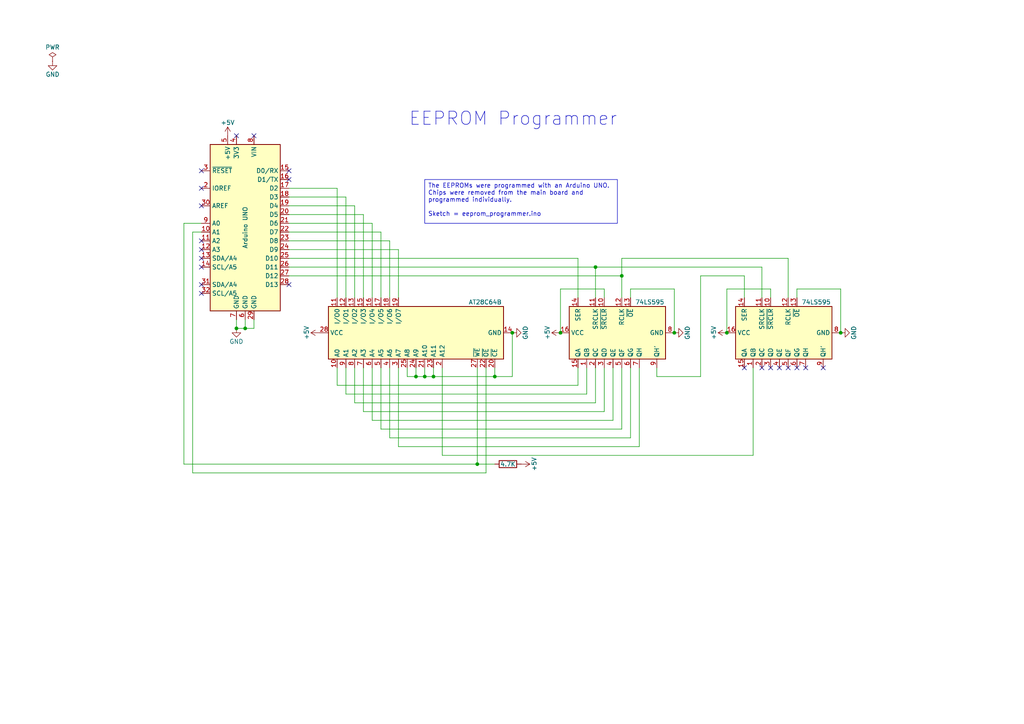
<source format=kicad_sch>
(kicad_sch (version 20250114) (generator "eeschema") (generator_version "9.0")
  (paper "A4")
  (lib_symbols
    (symbol "74xx:74LS595"
      (property "Reference" "U" (at -7.62 13.97 0))
      (property "Value" "74LS595" (at -7.62 -16.51 0))
      (symbol "74LS595_1_0"
        (pin input line (at -10.16 10.16 0) (length 2.54) (name "SER") (number "14"))
        (pin input line (at -10.16 5.08 0) (length 2.54) (name "SRCLK") (number "11"))
        (pin input line (at -10.16 2.54 0) (length 2.54) (name "~{SRCLR}") (number "10"))
        (pin input line (at -10.16 -2.54 0) (length 2.54) (name "RCLK") (number "12"))
        (pin input line (at -10.16 -5.08 0) (length 2.54) (name "~{OE}") (number "13"))
        (pin power_in line (at 0 15.24 270) (length 2.54) (name "VCC") (number "16"))
        (pin power_in line (at 0 -17.78 90) (length 2.54) (name "GND") (number "8"))
        (pin tri_state line (at 10.16 10.16 180) (length 2.54) (name "QA") (number "15"))
        (pin tri_state line (at 10.16 7.62 180) (length 2.54) (name "QB") (number "1"))
        (pin tri_state line (at 10.16 5.08 180) (length 2.54) (name "QC") (number "2"))
        (pin tri_state line (at 10.16 2.54 180) (length 2.54) (name "QD") (number "3"))
        (pin tri_state line (at 10.16 0 180) (length 2.54) (name "QE") (number "4"))
        (pin tri_state line (at 10.16 -2.54 180) (length 2.54) (name "QF") (number "5"))
        (pin tri_state line (at 10.16 -5.08 180) (length 2.54) (name "QG") (number "6"))
        (pin tri_state line (at 10.16 -7.62 180) (length 2.54) (name "QH") (number "7"))
        (pin output line (at 10.16 -12.7 180) (length 2.54) (name "QH'") (number "9"))
      )
      (symbol "74LS595_1_1"
        (rectangle (start -7.62 12.7) (end 7.62 -15.24) (stroke (width 0.254)) (fill (type background)))
      )
    )
    (symbol "Device:R" (pin_numbers (hide yes)) (pin_names (offset 0))
      (property "Reference" "R" (at 2.032 0 90))
      (property "Value" "R" (at 0 0 90))
      (symbol "R_0_1"
        (rectangle (start -1.016 -2.54) (end 1.016 2.54) (stroke (width 0.254)))
      )
      (symbol "R_1_1"
        (pin passive line (at 0 3.81 270) (length 1.27) (name "~") (number "1"))
        (pin passive line (at 0 -3.81 90) (length 1.27) (name "~") (number "2"))
      )
    )
    (symbol "MCU_Module:Arduino_UNO_R3"
      (property "Reference" "A" (at -10.16 23.495 0))
      (property "Value" "Arduino_UNO_R3" (at 5.08 -26.67 0))
      (symbol "Arduino_UNO_R3_0_1"
        (rectangle (start -10.16 22.86) (end 10.16 -25.4) (stroke (width 0.254)) (fill (type background)))
      )
      (symbol "Arduino_UNO_R3_1_1"
        (pin bidirectional line (at -12.7 15.24 0) (length 2.54) (name "D0/RX") (number "15"))
        (pin bidirectional line (at -12.7 12.7 0) (length 2.54) (name "D1/TX") (number "16"))
        (pin bidirectional line (at -12.7 10.16 0) (length 2.54) (name "D2") (number "17"))
        (pin bidirectional line (at -12.7 7.62 0) (length 2.54) (name "D3") (number "18"))
        (pin bidirectional line (at -12.7 5.08 0) (length 2.54) (name "D4") (number "19"))
        (pin bidirectional line (at -12.7 2.54 0) (length 2.54) (name "D5") (number "20"))
        (pin bidirectional line (at -12.7 0 0) (length 2.54) (name "D6") (number "21"))
        (pin bidirectional line (at -12.7 -2.54 0) (length 2.54) (name "D7") (number "22"))
        (pin bidirectional line (at -12.7 -5.08 0) (length 2.54) (name "D8") (number "23"))
        (pin bidirectional line (at -12.7 -7.62 0) (length 2.54) (name "D9") (number "24"))
        (pin bidirectional line (at -12.7 -10.16 0) (length 2.54) (name "D10") (number "25"))
        (pin bidirectional line (at -12.7 -12.7 0) (length 2.54) (name "D11") (number "26"))
        (pin bidirectional line (at -12.7 -15.24 0) (length 2.54) (name "D12") (number "27"))
        (pin bidirectional line (at -12.7 -17.78 0) (length 2.54) (name "D13") (number "28"))
        (pin no_connect line (at -10.16 -20.32 0) (length 2.54) (hide yes) (name "NC") (number "1"))
        (pin power_in line (at -2.54 25.4 270) (length 2.54) (name "VIN") (number "8"))
        (pin power_in line (at -2.54 -27.94 90) (length 2.54) (name "GND") (number "29"))
        (pin power_in line (at 0 -27.94 90) (length 2.54) (name "GND") (number "6"))
        (pin power_out line (at 2.54 25.4 270) (length 2.54) (name "3V3") (number "4"))
        (pin power_in line (at 2.54 -27.94 90) (length 2.54) (name "GND") (number "7"))
        (pin power_out line (at 5.08 25.4 270) (length 2.54) (name "+5V") (number "5"))
        (pin input line (at 12.7 15.24 180) (length 2.54) (name "~{RESET}") (number "3"))
        (pin output line (at 12.7 10.16 180) (length 2.54) (name "IOREF") (number "2"))
        (pin input line (at 12.7 5.08 180) (length 2.54) (name "AREF") (number "30"))
        (pin bidirectional line (at 12.7 0 180) (length 2.54) (name "A0") (number "9"))
        (pin bidirectional line (at 12.7 -2.54 180) (length 2.54) (name "A1") (number "10"))
        (pin bidirectional line (at 12.7 -5.08 180) (length 2.54) (name "A2") (number "11"))
        (pin bidirectional line (at 12.7 -7.62 180) (length 2.54) (name "A3") (number "12"))
        (pin bidirectional line (at 12.7 -10.16 180) (length 2.54) (name "SDA/A4") (number "13"))
        (pin bidirectional line (at 12.7 -12.7 180) (length 2.54) (name "SCL/A5") (number "14"))
        (pin bidirectional line (at 12.7 -17.78 180) (length 2.54) (name "SDA/A4") (number "31"))
        (pin bidirectional line (at 12.7 -20.32 180) (length 2.54) (name "SCL/A5") (number "32"))
      )
    )
    (symbol "Memory_EEPROM:KM28C64A"
      (property "Reference" "U" (at -7.62 26.67 0))
      (property "Value" "KM28C64A" (at 2.54 -26.67 0))
      (symbol "KM28C64A_1_1"
        (rectangle (start -7.62 25.4) (end 7.62 -25.4) (stroke (width 0.254)) (fill (type background)))
        (pin input line (at -10.16 22.86 0) (length 2.54) (name "A0") (number "10"))
        (pin input line (at -10.16 20.32 0) (length 2.54) (name "A1") (number "9"))
        (pin input line (at -10.16 17.78 0) (length 2.54) (name "A2") (number "8"))
        (pin input line (at -10.16 15.24 0) (length 2.54) (name "A3") (number "7"))
        (pin input line (at -10.16 12.7 0) (length 2.54) (name "A4") (number "6"))
        (pin input line (at -10.16 10.16 0) (length 2.54) (name "A5") (number "5"))
        (pin input line (at -10.16 7.62 0) (length 2.54) (name "A6") (number "4"))
        (pin input line (at -10.16 5.08 0) (length 2.54) (name "A7") (number "3"))
        (pin input line (at -10.16 2.54 0) (length 2.54) (name "A8") (number "25"))
        (pin input line (at -10.16 0 0) (length 2.54) (name "A9") (number "24"))
        (pin input line (at -10.16 -2.54 0) (length 2.54) (name "A10") (number "21"))
        (pin input line (at -10.16 -5.08 0) (length 2.54) (name "A11") (number "23"))
        (pin input line (at -10.16 -7.62 0) (length 2.54) (name "A12") (number "2"))
        (pin input line (at -10.16 -17.78 0) (length 2.54) (name "~{WE}") (number "27"))
        (pin input line (at -10.16 -20.32 0) (length 2.54) (name "~{OE}") (number "22"))
        (pin input line (at -10.16 -22.86 0) (length 2.54) (name "~{CE}") (number "20"))
        (pin no_connect line (at -7.62 -12.7 0) (length 2.54) (hide yes) (name "NC") (number "1"))
        (pin power_in line (at 0 27.94 270) (length 2.54) (name "VCC") (number "28"))
        (pin power_in line (at 0 -27.94 90) (length 2.54) (name "GND") (number "14"))
        (pin no_connect line (at 7.62 -17.78 180) (length 2.54) (hide yes) (name "NC") (number "26"))
        (pin tri_state line (at 10.16 22.86 180) (length 2.54) (name "I/O0") (number "11"))
        (pin tri_state line (at 10.16 20.32 180) (length 2.54) (name "I/O1") (number "12"))
        (pin tri_state line (at 10.16 17.78 180) (length 2.54) (name "I/O2") (number "13"))
        (pin tri_state line (at 10.16 15.24 180) (length 2.54) (name "I/O3") (number "15"))
        (pin tri_state line (at 10.16 12.7 180) (length 2.54) (name "I/O4") (number "16"))
        (pin tri_state line (at 10.16 10.16 180) (length 2.54) (name "I/O5") (number "17"))
        (pin tri_state line (at 10.16 7.62 180) (length 2.54) (name "I/O6") (number "18"))
        (pin tri_state line (at 10.16 5.08 180) (length 2.54) (name "I/O7") (number "19"))
      )
    )
    (symbol "power:+5V" (power) (pin_numbers (hide yes)) (pin_names (offset 0) (hide yes))
      (property "Value" "+5V" (at 0 3.556 0))
      (symbol "+5V_0_1"
        (polyline (pts (xy -0.762 1.27) (xy 0 2.54)))
        (polyline (pts (xy 0 2.54) (xy 0.762 1.27)))
        (polyline (pts (xy 0 0) (xy 0 2.54)))
      )
      (symbol "+5V_1_1"
        (pin power_in line (at 0 0 90) (length 0) (name "~") (number "1"))
      )
    )
    (symbol "power:GND" (power) (pin_numbers (hide yes)) (pin_names (offset 0) (hide yes))
      (property "Value" "GND" (at 0 -3.81 0))
      (symbol "GND_0_1"
        (polyline (pts (xy 0 0) (xy 0 -1.27) (xy 1.27 -1.27) (xy 0 -2.54) (xy -1.27 -1.27) (xy 0 -1.27)))
      )
      (symbol "GND_1_1"
        (pin power_in line (at 0 0 270) (length 0) (name "~") (number "1"))
      )
    )
    (symbol "power:PWR_FLAG" (power) (pin_numbers (hide yes)) (pin_names (offset 0) (hide yes))
      (property "Value" "PWR_FLAG" (at 0 3.81 0))
      (symbol "PWR_FLAG_0_0"
        (pin power_out line (at 0 0 90) (length 0) (name "~") (number "1"))
      )
      (symbol "PWR_FLAG_0_1"
        (polyline (pts (xy 0 0) (xy 0 1.27) (xy -1.016 1.905) (xy 0 2.54) (xy 1.016 1.905) (xy 0 1.27)))
      )
    )
  )
  (text "EEPROM Programmer" (at 148.844 34.544 0) (effects (font (size 3.81 3.81))))
  (text_box "The EEPROMs were programmed with an Arduino UNO.\nChips were removed from the main board and programmed individually.\n\nSketch = eeprom_programmer.ino" (at 123.19 52.07 0) (size 55.88 12.7) (margins 0.9525 0.9525 0.9525 0.9525) (effects (font (size 1.27 1.27)) (justify left top)))
  (junction (at 120.65 109.22))
  (junction (at 148.59 96.52))
  (junction (at 195.58 96.52))
  (junction (at 123.19 109.22))
  (junction (at 162.56 96.52))
  (junction (at 172.72 77.47))
  (junction (at 243.84 96.52))
  (junction (at 210.82 96.52))
  (junction (at 138.43 134.62))
  (junction (at 143.51 109.22))
  (junction (at 68.58 95.25))
  (junction (at 180.34 80.01))
  (junction (at 125.73 109.22))
  (junction (at 71.12 95.25))
  (no_connect (at 83.82 52.07))
  (no_connect (at 58.42 82.55))
  (no_connect (at 238.76 106.68))
  (no_connect (at 231.14 106.68))
  (no_connect (at 58.42 49.53))
  (no_connect (at 58.42 69.85))
  (no_connect (at 58.42 54.61))
  (no_connect (at 58.42 74.93))
  (no_connect (at 73.66 39.37))
  (no_connect (at 233.68 106.68))
  (no_connect (at 58.42 85.09))
  (no_connect (at 58.42 72.39))
  (no_connect (at 228.6 106.68))
  (no_connect (at 58.42 77.47))
  (no_connect (at 68.58 39.37))
  (no_connect (at 223.52 106.68))
  (no_connect (at 226.06 106.68))
  (no_connect (at 58.42 59.69))
  (no_connect (at 215.9 106.68))
  (no_connect (at 83.82 82.55))
  (no_connect (at 220.98 106.68))
  (no_connect (at 83.82 49.53))
  (wire (pts (xy 83.82 72.39) (xy 115.57 72.39)))
  (wire (pts (xy 58.42 67.31) (xy 55.88 67.31)))
  (wire (pts (xy 231.14 86.36) (xy 231.14 83.82)))
  (wire (pts (xy 71.12 95.25) (xy 68.58 95.25)))
  (wire (pts (xy 175.26 119.38) (xy 105.41 119.38)))
  (wire (pts (xy 102.87 59.69) (xy 102.87 86.36)))
  (wire (pts (xy 128.27 132.08) (xy 128.27 106.68)))
  (wire (pts (xy 83.82 77.47) (xy 172.72 77.47)))
  (wire (pts (xy 123.19 109.22) (xy 125.73 109.22)))
  (wire (pts (xy 73.66 95.25) (xy 71.12 95.25)))
  (wire (pts (xy 143.51 106.68) (xy 143.51 109.22)))
  (wire (pts (xy 167.64 74.93) (xy 167.64 86.36)))
  (wire (pts (xy 113.03 106.68) (xy 113.03 127)))
  (wire (pts (xy 218.44 106.68) (xy 218.44 132.08)))
  (wire (pts (xy 177.8 106.68) (xy 177.8 121.92)))
  (wire (pts (xy 53.34 134.62) (xy 138.43 134.62)))
  (wire (pts (xy 97.79 54.61) (xy 97.79 86.36)))
  (wire (pts (xy 182.88 83.82) (xy 195.58 83.82)))
  (wire (pts (xy 185.42 129.54) (xy 115.57 129.54)))
  (wire (pts (xy 107.95 106.68) (xy 107.95 121.92)))
  (wire (pts (xy 83.82 74.93) (xy 167.64 74.93)))
  (wire (pts (xy 68.58 92.71) (xy 68.58 95.25)))
  (wire (pts (xy 210.82 83.82) (xy 210.82 96.52)))
  (wire (pts (xy 243.84 83.82) (xy 243.84 96.52)))
  (wire (pts (xy 123.19 106.68) (xy 123.19 109.22)))
  (wire (pts (xy 53.34 64.77) (xy 53.34 134.62)))
  (wire (pts (xy 177.8 121.92) (xy 107.95 121.92)))
  (wire (pts (xy 195.58 83.82) (xy 195.58 96.52)))
  (wire (pts (xy 83.82 57.15) (xy 100.33 57.15)))
  (wire (pts (xy 118.11 106.68) (xy 118.11 109.22)))
  (wire (pts (xy 120.65 109.22) (xy 123.19 109.22)))
  (wire (pts (xy 185.42 106.68) (xy 185.42 129.54)))
  (wire (pts (xy 182.88 106.68) (xy 182.88 127)))
  (wire (pts (xy 172.72 106.68) (xy 172.72 116.84)))
  (wire (pts (xy 180.34 74.93) (xy 228.6 74.93)))
  (wire (pts (xy 180.34 106.68) (xy 180.34 124.46)))
  (wire (pts (xy 172.72 77.47) (xy 220.98 77.47)))
  (wire (pts (xy 228.6 86.36) (xy 228.6 74.93)))
  (wire (pts (xy 180.34 80.01) (xy 180.34 86.36)))
  (wire (pts (xy 223.52 83.82) (xy 210.82 83.82)))
  (wire (pts (xy 83.82 62.23) (xy 105.41 62.23)))
  (wire (pts (xy 190.5 109.22) (xy 203.2 109.22)))
  (wire (pts (xy 182.88 86.36) (xy 182.88 83.82)))
  (wire (pts (xy 167.64 106.68) (xy 167.64 111.76)))
  (wire (pts (xy 97.79 106.68) (xy 97.79 111.76)))
  (wire (pts (xy 162.56 83.82) (xy 162.56 96.52)))
  (wire (pts (xy 172.72 77.47) (xy 172.72 86.36)))
  (wire (pts (xy 115.57 106.68) (xy 115.57 129.54)))
  (wire (pts (xy 182.88 127) (xy 113.03 127)))
  (wire (pts (xy 105.41 62.23) (xy 105.41 86.36)))
  (wire (pts (xy 83.82 80.01) (xy 180.34 80.01)))
  (wire (pts (xy 55.88 67.31) (xy 55.88 137.16)))
  (wire (pts (xy 180.34 74.93) (xy 180.34 80.01)))
  (wire (pts (xy 110.49 106.68) (xy 110.49 124.46)))
  (wire (pts (xy 138.43 134.62) (xy 143.51 134.62)))
  (wire (pts (xy 143.51 109.22) (xy 148.59 109.22)))
  (wire (pts (xy 125.73 109.22) (xy 143.51 109.22)))
  (wire (pts (xy 231.14 83.82) (xy 243.84 83.82)))
  (wire (pts (xy 175.26 83.82) (xy 162.56 83.82)))
  (wire (pts (xy 107.95 64.77) (xy 107.95 86.36)))
  (wire (pts (xy 203.2 109.22) (xy 203.2 80.01)))
  (wire (pts (xy 148.59 109.22) (xy 148.59 96.52)))
  (wire (pts (xy 118.11 109.22) (xy 120.65 109.22)))
  (wire (pts (xy 190.5 106.68) (xy 190.5 109.22)))
  (wire (pts (xy 100.33 57.15) (xy 100.33 86.36)))
  (wire (pts (xy 120.65 106.68) (xy 120.65 109.22)))
  (wire (pts (xy 203.2 80.01) (xy 215.9 80.01)))
  (wire (pts (xy 220.98 86.36) (xy 220.98 77.47)))
  (wire (pts (xy 110.49 67.31) (xy 110.49 86.36)))
  (wire (pts (xy 83.82 67.31) (xy 110.49 67.31)))
  (wire (pts (xy 218.44 132.08) (xy 128.27 132.08)))
  (wire (pts (xy 105.41 106.68) (xy 105.41 119.38)))
  (wire (pts (xy 83.82 64.77) (xy 107.95 64.77)))
  (wire (pts (xy 83.82 59.69) (xy 102.87 59.69)))
  (wire (pts (xy 58.42 64.77) (xy 53.34 64.77)))
  (wire (pts (xy 223.52 86.36) (xy 223.52 83.82)))
  (wire (pts (xy 73.66 92.71) (xy 73.66 95.25)))
  (wire (pts (xy 140.97 137.16) (xy 140.97 106.68)))
  (wire (pts (xy 175.26 106.68) (xy 175.26 119.38)))
  (wire (pts (xy 83.82 69.85) (xy 113.03 69.85)))
  (wire (pts (xy 170.18 114.3) (xy 100.33 114.3)))
  (wire (pts (xy 167.64 111.76) (xy 97.79 111.76)))
  (wire (pts (xy 170.18 106.68) (xy 170.18 114.3)))
  (wire (pts (xy 55.88 137.16) (xy 140.97 137.16)))
  (wire (pts (xy 100.33 106.68) (xy 100.33 114.3)))
  (wire (pts (xy 71.12 92.71) (xy 71.12 95.25)))
  (wire (pts (xy 125.73 106.68) (xy 125.73 109.22)))
  (wire (pts (xy 180.34 124.46) (xy 110.49 124.46)))
  (wire (pts (xy 102.87 106.68) (xy 102.87 116.84)))
  (wire (pts (xy 138.43 106.68) (xy 138.43 134.62)))
  (wire (pts (xy 175.26 86.36) (xy 175.26 83.82)))
  (wire (pts (xy 83.82 54.61) (xy 97.79 54.61)))
  (wire (pts (xy 172.72 116.84) (xy 102.87 116.84)))
  (wire (pts (xy 215.9 80.01) (xy 215.9 86.36)))
  (wire (pts (xy 113.03 69.85) (xy 113.03 86.36)))
  (wire (pts (xy 115.57 72.39) (xy 115.57 86.36)))
  (symbol (lib_id "power:+5V") (at 162.56 96.52 90) (mirror x) (unit 1)
    (property "Reference" "#PWR0104" (effects (hide yes)))
    (property "Value" "+5V" (at 158.75 96.52 0))
    (property "Description" "Power symbol creates a global label with name \"+5V\"" (effects (hide yes)))
  )
  (symbol (lib_id "power:+5V") (at 210.82 96.52 90) (mirror x) (unit 1)
    (property "Reference" "#PWR02" (effects (hide yes)))
    (property "Value" "+5V" (at 207.01 96.52 0))
    (property "Description" "Power symbol creates a global label with name \"+5V\"" (effects (hide yes)))
  )
  (symbol (lib_id "power:GND") (at 243.84 96.52 90) (mirror x) (unit 1)
    (property "Reference" "#PWR03" (effects (hide yes)))
    (property "Value" "GND" (at 247.65 94.488 0) (effects (justify left)))
    (property "Description" "Power symbol creates a global label with name \"GND\" , ground" (effects (hide yes)))
  )
  (symbol (lib_id "power:+5V") (at 151.13 134.62 270) (unit 1)
    (property "Reference" "#PWR0107" (effects (hide yes)))
    (property "Value" "+5V" (at 154.94 134.62 0))
    (property "Description" "Power symbol creates a global label with name \"+5V\"" (effects (hide yes)))
  )
  (symbol (lib_id "power:GND") (at 148.59 96.52 90) (unit 1)
    (property "Reference" "#PWR0105" (effects (hide yes)))
    (property "Value" "GND" (at 152.4 98.552 0) (effects (justify left)))
    (property "Description" "Power symbol creates a global label with name \"GND\" , ground" (effects (hide yes)))
  )
  (symbol (lib_id "MCU_Module:Arduino_UNO_R3") (at 71.12 64.77 0) (mirror y) (unit 1)
    (property "Reference" "A1" (effects (hide yes)))
    (property "Value" "Arduino UNO" (at 71.12 72.136 90) (effects (justify left)))
    (property "Footprint" "Module:Arduino_UNO_R3" (effects (hide yes)))
    (property "Datasheet" "https://www.arduino.cc/en/Main/arduinoBoardUno" (effects (hide yes)))
    (property "Description" "Arduino UNO Microcontroller Module, release 3" (effects (hide yes)))
  )
  (symbol (lib_id "Memory_EEPROM:KM28C64A") (at 120.65 96.52 90) (unit 1)
    (property "Reference" "U2" (effects (hide yes)))
    (property "Value" "AT28C64B" (at 140.716 87.63 90))
    (property "Footprint" "Package_DIP:DIP-28_W15.24mm" (effects (hide yes)))
    (property "Datasheet" "https://tvsat.com.pl/PDF/K/km28c64_sam.pdf" (effects (hide yes)))
    (property "Description" "EEPROM 8K x 8, 5V, Not  in Production, DIP-28" (effects (hide yes)))
  )
  (symbol (lib_id "74xx:74LS595") (at 177.8 96.52 90) (mirror x) (unit 1)
    (property "Reference" "U3" (effects (hide yes)))
    (property "Value" "74LS595" (at 188.468 87.63 90))
    (property "Datasheet" "http://www.ti.com/lit/gpn/sn74ls595" (effects (hide yes)))
    (property "Description" "8-bit serial in/out Shift Register 3-State Outputs" (effects (hide yes)))
  )
  (symbol (lib_id "74xx:74LS595") (at 226.06 96.52 90) (mirror x) (unit 1)
    (property "Reference" "U1" (effects (hide yes)))
    (property "Value" "74LS595" (at 236.728 87.63 90))
    (property "Datasheet" "http://www.ti.com/lit/gpn/sn74ls595" (effects (hide yes)))
    (property "Description" "8-bit serial in/out Shift Register 3-State Outputs" (effects (hide yes)))
  )
  (symbol (lib_id "power:GND") (at 195.58 96.52 90) (mirror x) (unit 1)
    (property "Reference" "#PWR0101" (effects (hide yes)))
    (property "Value" "GND" (at 199.39 94.488 0) (effects (justify left)))
    (property "Description" "Power symbol creates a global label with name \"GND\" , ground" (effects (hide yes)))
  )
  (symbol (lib_id "power:GND") (at 15.24 17.78 0) (unit 1)
    (property "Reference" "#PWR014" (effects (hide yes)))
    (property "Value" "GND" (at 13.208 21.59 0) (effects (justify left)))
    (property "Description" "Power symbol creates a global label with name \"GND\" , ground" (effects (hide yes)))
  )
  (symbol (lib_id "power:GND") (at 68.58 95.25 0) (mirror y) (unit 1)
    (property "Reference" "#PWR01" (effects (hide yes)))
    (property "Value" "GND" (at 70.612 99.06 0) (effects (justify left)))
    (property "Description" "Power symbol creates a global label with name \"GND\" , ground" (effects (hide yes)))
  )
  (symbol (lib_id "power:PWR_FLAG") (at 15.24 17.78 0) (unit 1)
    (property "Reference" "#FLG04" (effects (hide yes)))
    (property "Value" "PWR" (at 15.24 13.716 0))
    (property "Description" "Special symbol for telling ERC where power comes from" (effects (hide yes)))
  )
  (symbol (lib_id "power:+5V") (at 66.04 39.37 0) (mirror y) (unit 1)
    (property "Reference" "#PWR0108" (effects (hide yes)))
    (property "Value" "+5V" (at 66.04 35.56 0))
    (property "Description" "Power symbol creates a global label with name \"+5V\"" (effects (hide yes)))
  )
  (symbol (lib_id "Device:R") (at 147.32 134.62 90) (unit 1)
    (property "Reference" "R1" (effects (hide yes)))
    (property "Value" "4.7K" (at 147.32 134.62 90))
    (property "Description" "Resistor" (effects (hide yes)))
  )
  (symbol (lib_id "power:+5V") (at 92.71 96.52 90) (unit 1)
    (property "Reference" "#PWR0106" (effects (hide yes)))
    (property "Value" "+5V" (at 88.9 96.52 0))
    (property "Description" "Power symbol creates a global label with name \"+5V\"" (effects (hide yes)))
  )
)
</source>
